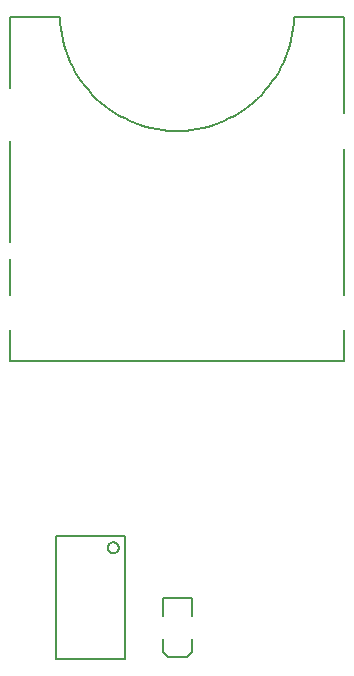
<source format=gbo>
G75*
G70*
%OFA0B0*%
%FSLAX24Y24*%
%IPPOS*%
%LPD*%
%AMOC8*
5,1,8,0,0,1.08239X$1,22.5*
%
%ADD10C,0.0080*%
%ADD11C,0.0060*%
D10*
X011663Y011030D02*
X011821Y010872D01*
X012451Y010872D01*
X012608Y011030D01*
X012608Y011463D01*
X011663Y011463D02*
X011663Y011030D01*
X011663Y012250D02*
X011663Y012841D01*
X012608Y012841D01*
X012608Y012250D01*
X017706Y020746D02*
X006545Y020746D01*
X006545Y021770D01*
X006545Y022951D02*
X006545Y024132D01*
X006545Y024723D02*
X006545Y028069D01*
X006545Y029841D02*
X006545Y032203D01*
X008222Y032203D01*
X008232Y032012D01*
X008252Y031822D01*
X008281Y031634D01*
X008319Y031447D01*
X008366Y031262D01*
X008422Y031079D01*
X008488Y030900D01*
X008561Y030724D01*
X008644Y030552D01*
X008734Y030384D01*
X008833Y030220D01*
X008940Y030062D01*
X009054Y029909D01*
X009175Y029762D01*
X009304Y029621D01*
X009439Y029486D01*
X009581Y029358D01*
X009729Y029237D01*
X009883Y029124D01*
X010041Y029018D01*
X010205Y028921D01*
X010374Y028831D01*
X010547Y028750D01*
X010723Y028677D01*
X010903Y028613D01*
X011086Y028557D01*
X011271Y028511D01*
X011458Y028474D01*
X011647Y028446D01*
X011837Y028428D01*
X012028Y028418D01*
X012218Y028418D01*
X012409Y028428D01*
X012599Y028446D01*
X012788Y028474D01*
X012975Y028511D01*
X013160Y028557D01*
X013343Y028613D01*
X013523Y028677D01*
X013699Y028750D01*
X013872Y028831D01*
X014041Y028921D01*
X014205Y029018D01*
X014363Y029124D01*
X014517Y029237D01*
X014665Y029358D01*
X014807Y029486D01*
X014942Y029621D01*
X015071Y029762D01*
X015192Y029909D01*
X015306Y030062D01*
X015413Y030220D01*
X015512Y030384D01*
X015602Y030552D01*
X015685Y030724D01*
X015758Y030900D01*
X015824Y031079D01*
X015880Y031262D01*
X015927Y031447D01*
X015965Y031634D01*
X015994Y031822D01*
X016014Y032012D01*
X016024Y032203D01*
X016025Y032203D02*
X017706Y032203D01*
X017706Y029003D01*
X017706Y027803D02*
X017706Y022951D01*
X017706Y021770D02*
X017706Y020746D01*
D11*
X010387Y010812D02*
X008084Y010812D01*
X008084Y014907D01*
X010387Y014907D01*
X010387Y010812D01*
X009822Y014523D02*
X009824Y014549D01*
X009830Y014575D01*
X009839Y014600D01*
X009852Y014623D01*
X009868Y014644D01*
X009887Y014662D01*
X009909Y014678D01*
X009932Y014690D01*
X009957Y014698D01*
X009983Y014703D01*
X010010Y014704D01*
X010036Y014701D01*
X010061Y014694D01*
X010086Y014684D01*
X010108Y014670D01*
X010129Y014653D01*
X010146Y014634D01*
X010161Y014612D01*
X010172Y014588D01*
X010180Y014562D01*
X010184Y014536D01*
X010184Y014510D01*
X010180Y014484D01*
X010172Y014458D01*
X010161Y014434D01*
X010146Y014412D01*
X010129Y014393D01*
X010108Y014376D01*
X010086Y014362D01*
X010061Y014352D01*
X010036Y014345D01*
X010010Y014342D01*
X009983Y014343D01*
X009957Y014348D01*
X009932Y014356D01*
X009909Y014368D01*
X009887Y014384D01*
X009868Y014402D01*
X009852Y014423D01*
X009839Y014446D01*
X009830Y014471D01*
X009824Y014497D01*
X009822Y014523D01*
M02*

</source>
